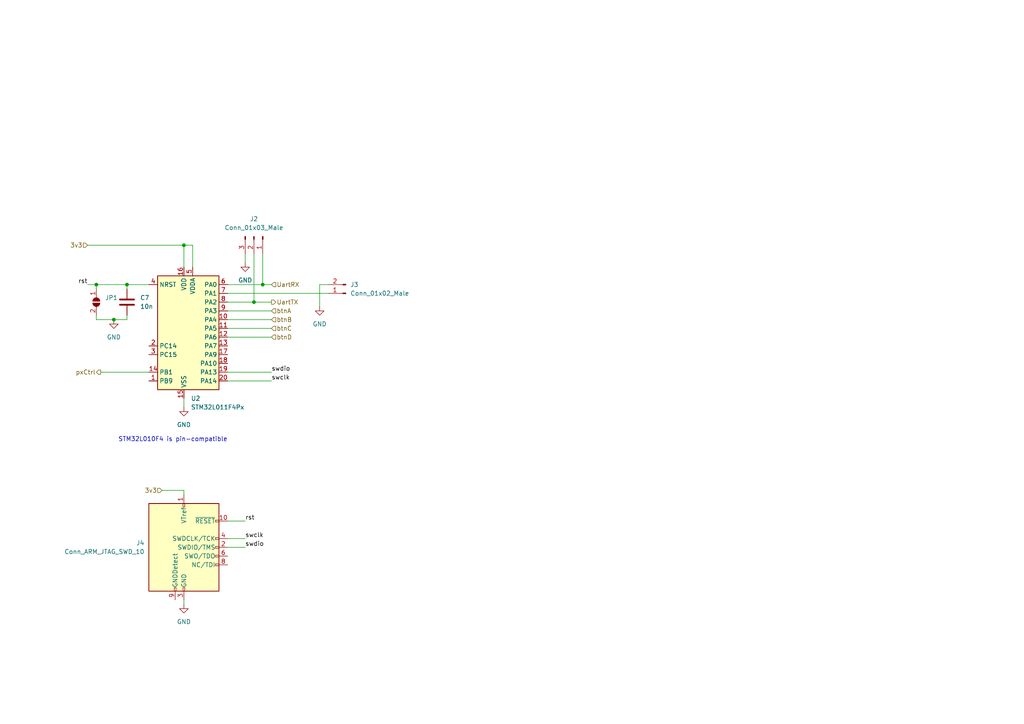
<source format=kicad_sch>
(kicad_sch (version 20211123) (generator eeschema)
  (paper "A4")
  (lib_symbols
    (symbol "Connector:Conn_01x02_Male" (pin_names (offset 1.016) hide)
      (property "Reference" "J" (at 0 2.54 0))
      (property "Value" "Conn_01x02_Male" (at 0 -5.08 0))
      (symbol "Conn_01x02_Male_1_1"
        (polyline (pts (xy 1.27 -2.54) (xy 0.8636 -2.54)) (stroke (width 0.1524)))
        (polyline (pts (xy 1.27 0) (xy 0.8636 0)) (stroke (width 0.1524)))
        (rectangle (start 0.8636 -2.413) (end 0 -2.667) (stroke (width 0.1524)) (fill (type outline)))
        (rectangle (start 0.8636 0.127) (end 0 -0.127) (stroke (width 0.1524)) (fill (type outline)))
        (pin passive line (at 5.08 0 180) (length 3.81) (name "Pin_1") (number "1"))
        (pin passive line (at 5.08 -2.54 180) (length 3.81) (name "Pin_2") (number "2"))
      )
    )
    (symbol "Connector:Conn_01x03_Male" (pin_names (offset 1.016) hide)
      (property "Reference" "J" (at 0 5.08 0))
      (property "Value" "Conn_01x03_Male" (at 0 -5.08 0))
      (symbol "Conn_01x03_Male_1_1"
        (polyline (pts (xy 1.27 -2.54) (xy 0.8636 -2.54)) (stroke (width 0.1524)))
        (polyline (pts (xy 1.27 0) (xy 0.8636 0)) (stroke (width 0.1524)))
        (polyline (pts (xy 1.27 2.54) (xy 0.8636 2.54)) (stroke (width 0.1524)))
        (rectangle (start 0.8636 -2.413) (end 0 -2.667) (stroke (width 0.1524)) (fill (type outline)))
        (rectangle (start 0.8636 0.127) (end 0 -0.127) (stroke (width 0.1524)) (fill (type outline)))
        (rectangle (start 0.8636 2.667) (end 0 2.413) (stroke (width 0.1524)) (fill (type outline)))
        (pin passive line (at 5.08 2.54 180) (length 3.81) (name "Pin_1") (number "1"))
        (pin passive line (at 5.08 0 180) (length 3.81) (name "Pin_2") (number "2"))
        (pin passive line (at 5.08 -2.54 180) (length 3.81) (name "Pin_3") (number "3"))
      )
    )
    (symbol "Connector:Conn_ARM_JTAG_SWD_10" (pin_names (offset 1.016))
      (property "Reference" "J" (at -2.54 16.51 0))
      (property "Value" "Conn_ARM_JTAG_SWD_10" (at -2.54 13.97 0))
      (symbol "Conn_ARM_JTAG_SWD_10_0_1"
        (rectangle (start -10.16 12.7) (end 10.16 -12.7) (stroke (width 0.254)) (fill (type background)))
        (rectangle (start -2.794 -12.7) (end -2.286 -11.684))
        (rectangle (start -0.254 -12.7) (end 0.254 -11.684))
        (rectangle (start -0.254 12.7) (end 0.254 11.684))
        (rectangle (start 9.144 2.286) (end 10.16 2.794))
        (rectangle (start 10.16 -2.794) (end 9.144 -2.286))
        (rectangle (start 10.16 -0.254) (end 9.144 0.254))
        (rectangle (start 10.16 7.874) (end 9.144 7.366))
      )
      (symbol "Conn_ARM_JTAG_SWD_10_1_1"
        (rectangle (start 9.144 -5.334) (end 10.16 -4.826))
        (pin power_in line (at 0 15.24 270) (length 2.54) (name "VTref") (number "1"))
        (pin open_collector line (at 12.7 7.62 180) (length 2.54) (name "~{RESET}") (number "10"))
        (pin bidirectional line (at 12.7 0 180) (length 2.54) (name "SWDIO/TMS") (number "2"))
        (pin power_in line (at 0 -15.24 90) (length 2.54) (name "GND") (number "3"))
        (pin output line (at 12.7 2.54 180) (length 2.54) (name "SWDCLK/TCK") (number "4"))
        (pin passive line (at 0 -15.24 90) (length 2.54) hide (name "GND") (number "5"))
        (pin input line (at 12.7 -2.54 180) (length 2.54) (name "SWO/TDO") (number "6"))
        (pin no_connect line (at -10.16 0 0) (length 2.54) hide (name "KEY") (number "7"))
        (pin output line (at 12.7 -5.08 180) (length 2.54) (name "NC/TDI") (number "8"))
        (pin passive line (at -2.54 -15.24 90) (length 2.54) (name "GNDDetect") (number "9"))
      )
    )
    (symbol "Device:C" (pin_numbers hide) (pin_names (offset 0.254))
      (property "Reference" "C" (at 0.635 2.54 0))
      (property "Value" "C" (at 0.635 -2.54 0))
      (symbol "C_0_1"
        (polyline (pts (xy -2.032 -0.762) (xy 2.032 -0.762)) (stroke (width 0.508)))
        (polyline (pts (xy -2.032 0.762) (xy 2.032 0.762)) (stroke (width 0.508)))
      )
      (symbol "C_1_1"
        (pin passive line (at 0 3.81 270) (length 2.794) (name "~") (number "1"))
        (pin passive line (at 0 -3.81 90) (length 2.794) (name "~") (number "2"))
      )
    )
    (symbol "Jumper:SolderJumper_2_Open" (pin_names (offset 0) hide)
      (property "Reference" "JP" (at 0 2.032 0))
      (property "Value" "SolderJumper_2_Open" (at 0 -2.54 0))
      (symbol "SolderJumper_2_Open_0_1"
        (arc (start -0.254 1.016) (mid -1.27 0) (end -0.254 -1.016))
        (arc (start -0.254 1.016) (mid -1.27 0) (end -0.254 -1.016) (fill (type outline)))
        (polyline (pts (xy -0.254 1.016) (xy -0.254 -1.016)))
        (polyline (pts (xy 0.254 1.016) (xy 0.254 -1.016)))
        (arc (start 0.254 -1.016) (mid 1.27 0) (end 0.254 1.016))
        (arc (start 0.254 -1.016) (mid 1.27 0) (end 0.254 1.016) (fill (type outline)))
      )
      (symbol "SolderJumper_2_Open_1_1"
        (pin passive line (at -3.81 0 0) (length 2.54) (name "A") (number "1"))
        (pin passive line (at 3.81 0 180) (length 2.54) (name "B") (number "2"))
      )
    )
    (symbol "MCU_ST_STM32L0:STM32L011F4Px"
      (property "Reference" "U" (at -10.16 16.51 0))
      (property "Value" "STM32L011F4Px" (at 2.54 16.51 0))
      (symbol "STM32L011F4Px_0_1"
        (rectangle (start -10.16 -17.78) (end 7.62 15.24) (stroke (width 0.254)) (fill (type background)))
      )
      (symbol "STM32L011F4Px_1_1"
        (pin bidirectional line (at -12.7 -15.24 0) (length 2.54) (name "PB9") (number "1"))
        (pin bidirectional line (at 10.16 2.54 180) (length 2.54) (name "PA4") (number "10"))
        (pin bidirectional line (at 10.16 0 180) (length 2.54) (name "PA5") (number "11"))
        (pin bidirectional line (at 10.16 -2.54 180) (length 2.54) (name "PA6") (number "12"))
        (pin bidirectional line (at 10.16 -5.08 180) (length 2.54) (name "PA7") (number "13"))
        (pin bidirectional line (at -12.7 -12.7 0) (length 2.54) (name "PB1") (number "14"))
        (pin power_in line (at -2.54 -20.32 90) (length 2.54) (name "VSS") (number "15"))
        (pin power_in line (at -2.54 17.78 270) (length 2.54) (name "VDD") (number "16"))
        (pin bidirectional line (at 10.16 -7.62 180) (length 2.54) (name "PA9") (number "17"))
        (pin bidirectional line (at 10.16 -10.16 180) (length 2.54) (name "PA10") (number "18"))
        (pin bidirectional line (at 10.16 -12.7 180) (length 2.54) (name "PA13") (number "19"))
        (pin bidirectional line (at -12.7 -5.08 0) (length 2.54) (name "PC14") (number "2"))
        (pin bidirectional line (at 10.16 -15.24 180) (length 2.54) (name "PA14") (number "20"))
        (pin bidirectional line (at -12.7 -7.62 0) (length 2.54) (name "PC15") (number "3"))
        (pin input line (at -12.7 12.7 0) (length 2.54) (name "NRST") (number "4"))
        (pin power_in line (at 0 17.78 270) (length 2.54) (name "VDDA") (number "5"))
        (pin bidirectional line (at 10.16 12.7 180) (length 2.54) (name "PA0") (number "6"))
        (pin bidirectional line (at 10.16 10.16 180) (length 2.54) (name "PA1") (number "7"))
        (pin bidirectional line (at 10.16 7.62 180) (length 2.54) (name "PA2") (number "8"))
        (pin bidirectional line (at 10.16 5.08 180) (length 2.54) (name "PA3") (number "9"))
      )
    )
    (symbol "power:GND" (power) (pin_names (offset 0))
      (property "Value" "GND" (at 0 -3.81 0))
      (symbol "GND_0_1"
        (polyline (pts (xy 0 0) (xy 0 -1.27) (xy 1.27 -1.27) (xy 0 -2.54) (xy -1.27 -1.27) (xy 0 -1.27)))
      )
      (symbol "GND_1_1"
        (pin power_in line (at 0 0 270) (length 0) hide (name "GND") (number "1"))
      )
    )
  )
  (junction (at 36.83 82.55))
  (junction (at 73.66 87.63))
  (junction (at 53.34 71.12))
  (junction (at 76.2 82.55))
  (junction (at 27.94 82.55))
  (junction (at 33.02 92.71))
  (wire (pts (xy 66.04 90.17) (xy 78.74 90.17)))
  (wire (pts (xy 92.71 88.9) (xy 92.71 82.55)))
  (wire (pts (xy 53.34 77.47) (xy 53.34 71.12)))
  (wire (pts (xy 27.94 82.55) (xy 27.94 83.82)))
  (wire (pts (xy 53.34 71.12) (xy 25.4 71.12)))
  (wire (pts (xy 92.71 82.55) (xy 95.25 82.55)))
  (wire (pts (xy 66.04 82.55) (xy 76.2 82.55)))
  (wire (pts (xy 29.21 107.95) (xy 43.18 107.95)))
  (wire (pts (xy 66.04 92.71) (xy 78.74 92.71)))
  (wire (pts (xy 36.83 82.55) (xy 36.83 83.82)))
  (wire (pts (xy 66.04 87.63) (xy 73.66 87.63)))
  (wire (pts (xy 73.66 73.66) (xy 73.66 87.63)))
  (wire (pts (xy 36.83 82.55) (xy 43.18 82.55)))
  (wire (pts (xy 55.88 77.47) (xy 55.88 71.12)))
  (wire (pts (xy 66.04 158.75) (xy 71.12 158.75)))
  (wire (pts (xy 53.34 143.51) (xy 53.34 142.24)))
  (wire (pts (xy 53.34 142.24) (xy 46.99 142.24)))
  (wire (pts (xy 55.88 71.12) (xy 53.34 71.12)))
  (wire (pts (xy 76.2 73.66) (xy 76.2 82.55)))
  (wire (pts (xy 66.04 95.25) (xy 78.74 95.25)))
  (wire (pts (xy 53.34 173.99) (xy 53.34 175.26)))
  (wire (pts (xy 27.94 82.55) (xy 36.83 82.55)))
  (wire (pts (xy 66.04 110.49) (xy 78.74 110.49)))
  (wire (pts (xy 27.94 92.71) (xy 33.02 92.71)))
  (wire (pts (xy 66.04 107.95) (xy 78.74 107.95)))
  (wire (pts (xy 76.2 82.55) (xy 78.74 82.55)))
  (wire (pts (xy 66.04 156.21) (xy 71.12 156.21)))
  (wire (pts (xy 53.34 115.57) (xy 53.34 118.11)))
  (wire (pts (xy 25.4 82.55) (xy 27.94 82.55)))
  (wire (pts (xy 33.02 92.71) (xy 36.83 92.71)))
  (wire (pts (xy 66.04 85.09) (xy 95.25 85.09)))
  (wire (pts (xy 71.12 73.66) (xy 71.12 76.2)))
  (wire (pts (xy 36.83 92.71) (xy 36.83 91.44)))
  (wire (pts (xy 66.04 97.79) (xy 78.74 97.79)))
  (wire (pts (xy 27.94 91.44) (xy 27.94 92.71)))
  (wire (pts (xy 73.66 87.63) (xy 78.74 87.63)))
  (wire (pts (xy 66.04 151.13) (xy 71.12 151.13)))
  (text "STM32L010F4 is pin-compatible" (at 34.29 128.27 0) (effects (font (size 1.27 1.27)) (justify left bottom)))
  (label "swclk" (at 78.74 110.49 0))
  (label "swclk" (at 71.12 156.21 0))
  (label "rst" (at 25.4 82.55 180))
  (label "swdio" (at 78.74 107.95 0))
  (label "swdio" (at 71.12 158.75 0))
  (label "rst" (at 71.12 151.13 0))
  (hierarchical_label "UartRX" (shape input) (at 78.74 82.55 0))
  (hierarchical_label "3v3" (shape input) (at 25.4 71.12 180))
  (hierarchical_label "btnD" (shape input) (at 78.74 97.79 0))
  (hierarchical_label "UartTX" (shape output) (at 78.74 87.63 0))
  (hierarchical_label "btnC" (shape input) (at 78.74 95.25 0))
  (hierarchical_label "btnA" (shape input) (at 78.74 90.17 0))
  (hierarchical_label "btnB" (shape input) (at 78.74 92.71 0))
  (hierarchical_label "pxCtrl" (shape output) (at 29.21 107.95 180))
  (hierarchical_label "3v3" (shape input) (at 46.99 142.24 180))
  (symbol (lib_id "Connector:Conn_01x03_Male") (at 73.66 68.58 270) (unit 1)
    (property "Reference" "J2" (at 73.66 63.5 90))
    (property "Value" "Conn_01x03_Male" (at 73.66 66.04 90))
    (property "Footprint" "Connector_PinHeader_2.54mm:PinHeader_1x03_P2.54mm_Vertical" (effects hide))
  )
  (symbol (lib_id "Connector:Conn_01x02_Male") (at 100.33 85.09 180) (unit 1)
    (property "Reference" "J3" (at 101.6 82.5499 0) (effects (justify right)))
    (property "Value" "Conn_01x02_Male" (at 101.6 85.0899 0) (effects (justify right)))
    (property "Footprint" "Connector_PinHeader_2.54mm:PinHeader_1x02_P2.54mm_Vertical" (effects hide))
  )
  (symbol (lib_id "Jumper:SolderJumper_2_Open") (at 27.94 87.63 270) (unit 1)
    (property "Reference" "JP1" (at 30.48 86.3599 90) (effects (justify left)))
    (property "Value" "SolderJumper_2_Open" (effects hide))
    (property "Footprint" "Jumper:SolderJumper-2_P1.3mm_Open_RoundedPad1.0x1.5mm" (effects hide))
  )
  (symbol (lib_id "Connector:Conn_ARM_JTAG_SWD_10") (at 53.34 158.75 0) (unit 1)
    (property "Reference" "J4" (at 41.91 157.4799 0) (effects (justify right)))
    (property "Value" "Conn_ARM_JTAG_SWD_10" (at 41.91 160.0199 0) (effects (justify right)))
    (property "Footprint" "Connector_PinHeader_1.27mm:PinHeader_2x05_P1.27mm_Vertical" (effects hide))
    (property "Datasheet" "http://infocenter.arm.com/help/topic/com.arm.doc.ddi0314h/DDI0314H_coresight_components_trm.pdf" (effects hide))
  )
  (symbol (lib_id "power:GND") (at 33.02 92.71 0) (unit 1)
    (property "Reference" "#PWR019" (effects hide))
    (property "Value" "GND" (at 33.02 97.79 0))
  )
  (symbol (lib_id "power:GND") (at 53.34 175.26 0) (unit 1)
    (property "Reference" "#PWR021" (effects hide))
    (property "Value" "GND" (at 53.34 180.34 0))
  )
  (symbol (lib_id "MCU_ST_STM32L0:STM32L011F4Px") (at 55.88 95.25 0) (unit 1)
    (property "Reference" "U2" (at 55.3594 115.57 0) (effects (justify left)))
    (property "Value" "STM32L011F4Px" (at 55.3594 118.11 0) (effects (justify left)))
    (property "Footprint" "Package_SO:TSSOP-20_4.4x6.5mm_P0.65mm" (effects hide))
    (property "Datasheet" "http://www.st.com/st-web-ui/static/active/en/resource/technical/document/datasheet/DM00206508.pdf" (effects hide))
  )
  (symbol (lib_id "Device:C") (at 36.83 87.63 0) (unit 1)
    (property "Reference" "C7" (at 40.64 86.3599 0) (effects (justify left)))
    (property "Value" "10n" (at 40.64 88.8999 0) (effects (justify left)))
    (property "Footprint" "Capacitor_SMD:C_0805_2012Metric_Pad1.18x1.45mm_HandSolder" (effects hide))
  )
  (symbol (lib_id "power:GND") (at 53.34 118.11 0) (unit 1)
    (property "Reference" "#PWR020" (effects hide))
    (property "Value" "GND" (at 53.34 123.19 0))
  )
  (symbol (lib_id "power:GND") (at 71.12 76.2 0) (unit 1)
    (property "Reference" "#PWR0103" (effects hide))
    (property "Value" "GND" (at 71.12 81.28 0))
  )
  (symbol (lib_id "power:GND") (at 92.71 88.9 0) (unit 1)
    (property "Reference" "#PWR0104" (effects hide))
    (property "Value" "GND" (at 92.71 93.98 0))
  )
)
</source>
